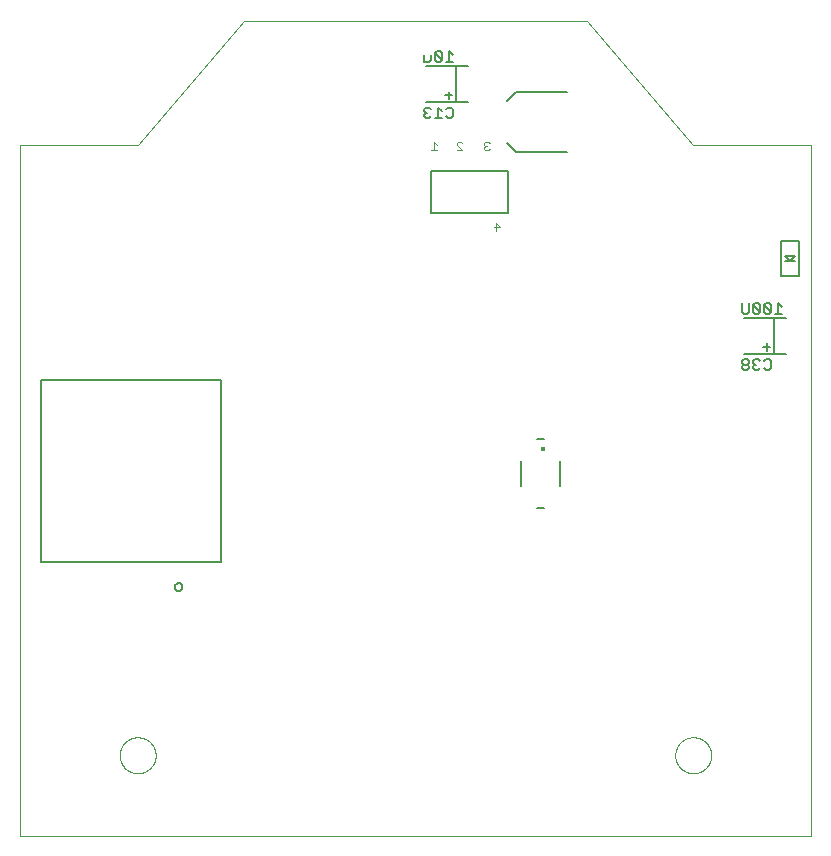
<source format=gbo>
G75*
%MOIN*%
%OFA0B0*%
%FSLAX25Y25*%
%IPPOS*%
%LPD*%
%AMOC8*
5,1,8,0,0,1.08239X$1,22.5*
%
%ADD10C,0.00000*%
%ADD11C,0.00800*%
%ADD12C,0.00400*%
%ADD13C,0.01433*%
%ADD14C,0.00700*%
%ADD15C,0.00500*%
D10*
X0012400Y0035678D02*
X0012400Y0265993D01*
X0051770Y0265993D01*
X0087203Y0307332D01*
X0201376Y0307332D01*
X0236809Y0265993D01*
X0276180Y0265993D01*
X0276180Y0035678D01*
X0012400Y0035678D01*
X0045690Y0062450D02*
X0045692Y0062604D01*
X0045698Y0062759D01*
X0045708Y0062913D01*
X0045722Y0063067D01*
X0045740Y0063220D01*
X0045761Y0063373D01*
X0045787Y0063526D01*
X0045817Y0063677D01*
X0045850Y0063828D01*
X0045888Y0063978D01*
X0045929Y0064127D01*
X0045974Y0064275D01*
X0046023Y0064421D01*
X0046076Y0064567D01*
X0046132Y0064710D01*
X0046192Y0064853D01*
X0046256Y0064993D01*
X0046323Y0065133D01*
X0046394Y0065270D01*
X0046468Y0065405D01*
X0046546Y0065539D01*
X0046627Y0065670D01*
X0046712Y0065799D01*
X0046800Y0065927D01*
X0046891Y0066051D01*
X0046985Y0066174D01*
X0047083Y0066294D01*
X0047183Y0066411D01*
X0047287Y0066526D01*
X0047393Y0066638D01*
X0047502Y0066747D01*
X0047614Y0066853D01*
X0047729Y0066957D01*
X0047846Y0067057D01*
X0047966Y0067155D01*
X0048089Y0067249D01*
X0048213Y0067340D01*
X0048341Y0067428D01*
X0048470Y0067513D01*
X0048601Y0067594D01*
X0048735Y0067672D01*
X0048870Y0067746D01*
X0049007Y0067817D01*
X0049147Y0067884D01*
X0049287Y0067948D01*
X0049430Y0068008D01*
X0049573Y0068064D01*
X0049719Y0068117D01*
X0049865Y0068166D01*
X0050013Y0068211D01*
X0050162Y0068252D01*
X0050312Y0068290D01*
X0050463Y0068323D01*
X0050614Y0068353D01*
X0050767Y0068379D01*
X0050920Y0068400D01*
X0051073Y0068418D01*
X0051227Y0068432D01*
X0051381Y0068442D01*
X0051536Y0068448D01*
X0051690Y0068450D01*
X0051844Y0068448D01*
X0051999Y0068442D01*
X0052153Y0068432D01*
X0052307Y0068418D01*
X0052460Y0068400D01*
X0052613Y0068379D01*
X0052766Y0068353D01*
X0052917Y0068323D01*
X0053068Y0068290D01*
X0053218Y0068252D01*
X0053367Y0068211D01*
X0053515Y0068166D01*
X0053661Y0068117D01*
X0053807Y0068064D01*
X0053950Y0068008D01*
X0054093Y0067948D01*
X0054233Y0067884D01*
X0054373Y0067817D01*
X0054510Y0067746D01*
X0054645Y0067672D01*
X0054779Y0067594D01*
X0054910Y0067513D01*
X0055039Y0067428D01*
X0055167Y0067340D01*
X0055291Y0067249D01*
X0055414Y0067155D01*
X0055534Y0067057D01*
X0055651Y0066957D01*
X0055766Y0066853D01*
X0055878Y0066747D01*
X0055987Y0066638D01*
X0056093Y0066526D01*
X0056197Y0066411D01*
X0056297Y0066294D01*
X0056395Y0066174D01*
X0056489Y0066051D01*
X0056580Y0065927D01*
X0056668Y0065799D01*
X0056753Y0065670D01*
X0056834Y0065539D01*
X0056912Y0065405D01*
X0056986Y0065270D01*
X0057057Y0065133D01*
X0057124Y0064993D01*
X0057188Y0064853D01*
X0057248Y0064710D01*
X0057304Y0064567D01*
X0057357Y0064421D01*
X0057406Y0064275D01*
X0057451Y0064127D01*
X0057492Y0063978D01*
X0057530Y0063828D01*
X0057563Y0063677D01*
X0057593Y0063526D01*
X0057619Y0063373D01*
X0057640Y0063220D01*
X0057658Y0063067D01*
X0057672Y0062913D01*
X0057682Y0062759D01*
X0057688Y0062604D01*
X0057690Y0062450D01*
X0057688Y0062296D01*
X0057682Y0062141D01*
X0057672Y0061987D01*
X0057658Y0061833D01*
X0057640Y0061680D01*
X0057619Y0061527D01*
X0057593Y0061374D01*
X0057563Y0061223D01*
X0057530Y0061072D01*
X0057492Y0060922D01*
X0057451Y0060773D01*
X0057406Y0060625D01*
X0057357Y0060479D01*
X0057304Y0060333D01*
X0057248Y0060190D01*
X0057188Y0060047D01*
X0057124Y0059907D01*
X0057057Y0059767D01*
X0056986Y0059630D01*
X0056912Y0059495D01*
X0056834Y0059361D01*
X0056753Y0059230D01*
X0056668Y0059101D01*
X0056580Y0058973D01*
X0056489Y0058849D01*
X0056395Y0058726D01*
X0056297Y0058606D01*
X0056197Y0058489D01*
X0056093Y0058374D01*
X0055987Y0058262D01*
X0055878Y0058153D01*
X0055766Y0058047D01*
X0055651Y0057943D01*
X0055534Y0057843D01*
X0055414Y0057745D01*
X0055291Y0057651D01*
X0055167Y0057560D01*
X0055039Y0057472D01*
X0054910Y0057387D01*
X0054779Y0057306D01*
X0054645Y0057228D01*
X0054510Y0057154D01*
X0054373Y0057083D01*
X0054233Y0057016D01*
X0054093Y0056952D01*
X0053950Y0056892D01*
X0053807Y0056836D01*
X0053661Y0056783D01*
X0053515Y0056734D01*
X0053367Y0056689D01*
X0053218Y0056648D01*
X0053068Y0056610D01*
X0052917Y0056577D01*
X0052766Y0056547D01*
X0052613Y0056521D01*
X0052460Y0056500D01*
X0052307Y0056482D01*
X0052153Y0056468D01*
X0051999Y0056458D01*
X0051844Y0056452D01*
X0051690Y0056450D01*
X0051536Y0056452D01*
X0051381Y0056458D01*
X0051227Y0056468D01*
X0051073Y0056482D01*
X0050920Y0056500D01*
X0050767Y0056521D01*
X0050614Y0056547D01*
X0050463Y0056577D01*
X0050312Y0056610D01*
X0050162Y0056648D01*
X0050013Y0056689D01*
X0049865Y0056734D01*
X0049719Y0056783D01*
X0049573Y0056836D01*
X0049430Y0056892D01*
X0049287Y0056952D01*
X0049147Y0057016D01*
X0049007Y0057083D01*
X0048870Y0057154D01*
X0048735Y0057228D01*
X0048601Y0057306D01*
X0048470Y0057387D01*
X0048341Y0057472D01*
X0048213Y0057560D01*
X0048089Y0057651D01*
X0047966Y0057745D01*
X0047846Y0057843D01*
X0047729Y0057943D01*
X0047614Y0058047D01*
X0047502Y0058153D01*
X0047393Y0058262D01*
X0047287Y0058374D01*
X0047183Y0058489D01*
X0047083Y0058606D01*
X0046985Y0058726D01*
X0046891Y0058849D01*
X0046800Y0058973D01*
X0046712Y0059101D01*
X0046627Y0059230D01*
X0046546Y0059361D01*
X0046468Y0059495D01*
X0046394Y0059630D01*
X0046323Y0059767D01*
X0046256Y0059907D01*
X0046192Y0060047D01*
X0046132Y0060190D01*
X0046076Y0060333D01*
X0046023Y0060479D01*
X0045974Y0060625D01*
X0045929Y0060773D01*
X0045888Y0060922D01*
X0045850Y0061072D01*
X0045817Y0061223D01*
X0045787Y0061374D01*
X0045761Y0061527D01*
X0045740Y0061680D01*
X0045722Y0061833D01*
X0045708Y0061987D01*
X0045698Y0062141D01*
X0045692Y0062296D01*
X0045690Y0062450D01*
X0230890Y0062450D02*
X0230892Y0062604D01*
X0230898Y0062759D01*
X0230908Y0062913D01*
X0230922Y0063067D01*
X0230940Y0063220D01*
X0230961Y0063373D01*
X0230987Y0063526D01*
X0231017Y0063677D01*
X0231050Y0063828D01*
X0231088Y0063978D01*
X0231129Y0064127D01*
X0231174Y0064275D01*
X0231223Y0064421D01*
X0231276Y0064567D01*
X0231332Y0064710D01*
X0231392Y0064853D01*
X0231456Y0064993D01*
X0231523Y0065133D01*
X0231594Y0065270D01*
X0231668Y0065405D01*
X0231746Y0065539D01*
X0231827Y0065670D01*
X0231912Y0065799D01*
X0232000Y0065927D01*
X0232091Y0066051D01*
X0232185Y0066174D01*
X0232283Y0066294D01*
X0232383Y0066411D01*
X0232487Y0066526D01*
X0232593Y0066638D01*
X0232702Y0066747D01*
X0232814Y0066853D01*
X0232929Y0066957D01*
X0233046Y0067057D01*
X0233166Y0067155D01*
X0233289Y0067249D01*
X0233413Y0067340D01*
X0233541Y0067428D01*
X0233670Y0067513D01*
X0233801Y0067594D01*
X0233935Y0067672D01*
X0234070Y0067746D01*
X0234207Y0067817D01*
X0234347Y0067884D01*
X0234487Y0067948D01*
X0234630Y0068008D01*
X0234773Y0068064D01*
X0234919Y0068117D01*
X0235065Y0068166D01*
X0235213Y0068211D01*
X0235362Y0068252D01*
X0235512Y0068290D01*
X0235663Y0068323D01*
X0235814Y0068353D01*
X0235967Y0068379D01*
X0236120Y0068400D01*
X0236273Y0068418D01*
X0236427Y0068432D01*
X0236581Y0068442D01*
X0236736Y0068448D01*
X0236890Y0068450D01*
X0237044Y0068448D01*
X0237199Y0068442D01*
X0237353Y0068432D01*
X0237507Y0068418D01*
X0237660Y0068400D01*
X0237813Y0068379D01*
X0237966Y0068353D01*
X0238117Y0068323D01*
X0238268Y0068290D01*
X0238418Y0068252D01*
X0238567Y0068211D01*
X0238715Y0068166D01*
X0238861Y0068117D01*
X0239007Y0068064D01*
X0239150Y0068008D01*
X0239293Y0067948D01*
X0239433Y0067884D01*
X0239573Y0067817D01*
X0239710Y0067746D01*
X0239845Y0067672D01*
X0239979Y0067594D01*
X0240110Y0067513D01*
X0240239Y0067428D01*
X0240367Y0067340D01*
X0240491Y0067249D01*
X0240614Y0067155D01*
X0240734Y0067057D01*
X0240851Y0066957D01*
X0240966Y0066853D01*
X0241078Y0066747D01*
X0241187Y0066638D01*
X0241293Y0066526D01*
X0241397Y0066411D01*
X0241497Y0066294D01*
X0241595Y0066174D01*
X0241689Y0066051D01*
X0241780Y0065927D01*
X0241868Y0065799D01*
X0241953Y0065670D01*
X0242034Y0065539D01*
X0242112Y0065405D01*
X0242186Y0065270D01*
X0242257Y0065133D01*
X0242324Y0064993D01*
X0242388Y0064853D01*
X0242448Y0064710D01*
X0242504Y0064567D01*
X0242557Y0064421D01*
X0242606Y0064275D01*
X0242651Y0064127D01*
X0242692Y0063978D01*
X0242730Y0063828D01*
X0242763Y0063677D01*
X0242793Y0063526D01*
X0242819Y0063373D01*
X0242840Y0063220D01*
X0242858Y0063067D01*
X0242872Y0062913D01*
X0242882Y0062759D01*
X0242888Y0062604D01*
X0242890Y0062450D01*
X0242888Y0062296D01*
X0242882Y0062141D01*
X0242872Y0061987D01*
X0242858Y0061833D01*
X0242840Y0061680D01*
X0242819Y0061527D01*
X0242793Y0061374D01*
X0242763Y0061223D01*
X0242730Y0061072D01*
X0242692Y0060922D01*
X0242651Y0060773D01*
X0242606Y0060625D01*
X0242557Y0060479D01*
X0242504Y0060333D01*
X0242448Y0060190D01*
X0242388Y0060047D01*
X0242324Y0059907D01*
X0242257Y0059767D01*
X0242186Y0059630D01*
X0242112Y0059495D01*
X0242034Y0059361D01*
X0241953Y0059230D01*
X0241868Y0059101D01*
X0241780Y0058973D01*
X0241689Y0058849D01*
X0241595Y0058726D01*
X0241497Y0058606D01*
X0241397Y0058489D01*
X0241293Y0058374D01*
X0241187Y0058262D01*
X0241078Y0058153D01*
X0240966Y0058047D01*
X0240851Y0057943D01*
X0240734Y0057843D01*
X0240614Y0057745D01*
X0240491Y0057651D01*
X0240367Y0057560D01*
X0240239Y0057472D01*
X0240110Y0057387D01*
X0239979Y0057306D01*
X0239845Y0057228D01*
X0239710Y0057154D01*
X0239573Y0057083D01*
X0239433Y0057016D01*
X0239293Y0056952D01*
X0239150Y0056892D01*
X0239007Y0056836D01*
X0238861Y0056783D01*
X0238715Y0056734D01*
X0238567Y0056689D01*
X0238418Y0056648D01*
X0238268Y0056610D01*
X0238117Y0056577D01*
X0237966Y0056547D01*
X0237813Y0056521D01*
X0237660Y0056500D01*
X0237507Y0056482D01*
X0237353Y0056468D01*
X0237199Y0056458D01*
X0237044Y0056452D01*
X0236890Y0056450D01*
X0236736Y0056452D01*
X0236581Y0056458D01*
X0236427Y0056468D01*
X0236273Y0056482D01*
X0236120Y0056500D01*
X0235967Y0056521D01*
X0235814Y0056547D01*
X0235663Y0056577D01*
X0235512Y0056610D01*
X0235362Y0056648D01*
X0235213Y0056689D01*
X0235065Y0056734D01*
X0234919Y0056783D01*
X0234773Y0056836D01*
X0234630Y0056892D01*
X0234487Y0056952D01*
X0234347Y0057016D01*
X0234207Y0057083D01*
X0234070Y0057154D01*
X0233935Y0057228D01*
X0233801Y0057306D01*
X0233670Y0057387D01*
X0233541Y0057472D01*
X0233413Y0057560D01*
X0233289Y0057651D01*
X0233166Y0057745D01*
X0233046Y0057843D01*
X0232929Y0057943D01*
X0232814Y0058047D01*
X0232702Y0058153D01*
X0232593Y0058262D01*
X0232487Y0058374D01*
X0232383Y0058489D01*
X0232283Y0058606D01*
X0232185Y0058726D01*
X0232091Y0058849D01*
X0232000Y0058973D01*
X0231912Y0059101D01*
X0231827Y0059230D01*
X0231746Y0059361D01*
X0231668Y0059495D01*
X0231594Y0059630D01*
X0231523Y0059767D01*
X0231456Y0059907D01*
X0231392Y0060047D01*
X0231332Y0060190D01*
X0231276Y0060333D01*
X0231223Y0060479D01*
X0231174Y0060625D01*
X0231129Y0060773D01*
X0231088Y0060922D01*
X0231050Y0061072D01*
X0231017Y0061223D01*
X0230987Y0061374D01*
X0230961Y0061527D01*
X0230940Y0061680D01*
X0230922Y0061833D01*
X0230908Y0061987D01*
X0230898Y0062141D01*
X0230892Y0062296D01*
X0230890Y0062450D01*
D11*
X0187172Y0144946D02*
X0184809Y0144946D01*
X0179494Y0152230D02*
X0179494Y0160497D01*
X0184809Y0167781D02*
X0187172Y0167781D01*
X0192487Y0160497D02*
X0192487Y0152230D01*
X0175139Y0243084D02*
X0149339Y0243084D01*
X0149339Y0257084D01*
X0175139Y0257084D01*
X0175139Y0243084D01*
X0177849Y0263544D02*
X0194778Y0263544D01*
X0177849Y0263544D02*
X0174699Y0266694D01*
X0174699Y0280474D02*
X0177849Y0283623D01*
X0194778Y0283623D01*
X0064035Y0118592D02*
X0064037Y0118663D01*
X0064043Y0118734D01*
X0064053Y0118805D01*
X0064067Y0118875D01*
X0064084Y0118944D01*
X0064106Y0119012D01*
X0064131Y0119078D01*
X0064160Y0119144D01*
X0064192Y0119207D01*
X0064228Y0119269D01*
X0064267Y0119328D01*
X0064310Y0119385D01*
X0064356Y0119440D01*
X0064404Y0119492D01*
X0064456Y0119542D01*
X0064510Y0119588D01*
X0064566Y0119631D01*
X0064625Y0119671D01*
X0064686Y0119708D01*
X0064749Y0119741D01*
X0064814Y0119771D01*
X0064880Y0119797D01*
X0064948Y0119820D01*
X0065017Y0119838D01*
X0065087Y0119853D01*
X0065157Y0119864D01*
X0065228Y0119871D01*
X0065299Y0119874D01*
X0065370Y0119873D01*
X0065442Y0119868D01*
X0065512Y0119859D01*
X0065582Y0119846D01*
X0065652Y0119830D01*
X0065720Y0119809D01*
X0065787Y0119785D01*
X0065853Y0119757D01*
X0065916Y0119725D01*
X0065978Y0119690D01*
X0066038Y0119652D01*
X0066096Y0119610D01*
X0066152Y0119565D01*
X0066204Y0119517D01*
X0066254Y0119466D01*
X0066302Y0119413D01*
X0066346Y0119357D01*
X0066387Y0119299D01*
X0066424Y0119238D01*
X0066458Y0119176D01*
X0066489Y0119111D01*
X0066516Y0119045D01*
X0066540Y0118978D01*
X0066559Y0118909D01*
X0066575Y0118840D01*
X0066587Y0118770D01*
X0066595Y0118699D01*
X0066599Y0118628D01*
X0066599Y0118556D01*
X0066595Y0118485D01*
X0066587Y0118414D01*
X0066575Y0118344D01*
X0066559Y0118275D01*
X0066540Y0118206D01*
X0066516Y0118139D01*
X0066489Y0118073D01*
X0066458Y0118008D01*
X0066424Y0117946D01*
X0066387Y0117885D01*
X0066346Y0117827D01*
X0066302Y0117771D01*
X0066254Y0117718D01*
X0066204Y0117667D01*
X0066152Y0117619D01*
X0066096Y0117574D01*
X0066038Y0117532D01*
X0065978Y0117494D01*
X0065916Y0117459D01*
X0065853Y0117427D01*
X0065787Y0117399D01*
X0065720Y0117375D01*
X0065652Y0117354D01*
X0065582Y0117338D01*
X0065512Y0117325D01*
X0065442Y0117316D01*
X0065370Y0117311D01*
X0065299Y0117310D01*
X0065228Y0117313D01*
X0065157Y0117320D01*
X0065087Y0117331D01*
X0065017Y0117346D01*
X0064948Y0117364D01*
X0064880Y0117387D01*
X0064814Y0117413D01*
X0064749Y0117443D01*
X0064686Y0117476D01*
X0064625Y0117513D01*
X0064566Y0117553D01*
X0064510Y0117596D01*
X0064456Y0117642D01*
X0064404Y0117692D01*
X0064356Y0117744D01*
X0064310Y0117799D01*
X0064267Y0117856D01*
X0064228Y0117915D01*
X0064192Y0117977D01*
X0064160Y0118040D01*
X0064131Y0118106D01*
X0064106Y0118172D01*
X0064084Y0118240D01*
X0064067Y0118309D01*
X0064053Y0118379D01*
X0064043Y0118450D01*
X0064037Y0118521D01*
X0064035Y0118592D01*
D12*
X0171084Y0237084D02*
X0171084Y0239886D01*
X0172485Y0238485D01*
X0170617Y0238485D01*
X0168537Y0264084D02*
X0169004Y0264551D01*
X0168537Y0264084D02*
X0167603Y0264084D01*
X0167136Y0264551D01*
X0167136Y0265018D01*
X0167603Y0265485D01*
X0168070Y0265485D01*
X0167603Y0265485D02*
X0167136Y0265952D01*
X0167136Y0266419D01*
X0167603Y0266886D01*
X0168537Y0266886D01*
X0169004Y0266419D01*
X0159904Y0266456D02*
X0159437Y0266923D01*
X0158503Y0266923D01*
X0158036Y0266456D01*
X0158036Y0265989D01*
X0159904Y0264121D01*
X0158036Y0264121D01*
X0151392Y0264084D02*
X0149524Y0264084D01*
X0150458Y0264084D02*
X0150458Y0266886D01*
X0151392Y0265952D01*
D13*
X0186778Y0164434D03*
D14*
X0253666Y0196200D02*
X0263892Y0196200D01*
X0263892Y0208188D01*
X0267780Y0208188D01*
X0263892Y0208188D02*
X0253666Y0208188D01*
X0261358Y0199788D02*
X0261358Y0197288D01*
X0260108Y0198538D02*
X0262608Y0198538D01*
X0263892Y0196200D02*
X0267780Y0196200D01*
X0161796Y0280090D02*
X0157908Y0280090D01*
X0157908Y0292078D01*
X0161796Y0292078D01*
X0157908Y0292078D02*
X0147681Y0292078D01*
X0155374Y0283678D02*
X0155374Y0281178D01*
X0154124Y0282428D02*
X0156624Y0282428D01*
X0157908Y0280090D02*
X0147681Y0280090D01*
D15*
X0147670Y0278337D02*
X0147086Y0277753D01*
X0147086Y0277169D01*
X0147670Y0276585D01*
X0147086Y0276002D01*
X0147086Y0275418D01*
X0147670Y0274834D01*
X0148838Y0274834D01*
X0149422Y0275418D01*
X0150770Y0274834D02*
X0153105Y0274834D01*
X0151937Y0274834D02*
X0151937Y0278337D01*
X0153105Y0277169D01*
X0154453Y0277753D02*
X0155037Y0278337D01*
X0156204Y0278337D01*
X0156788Y0277753D01*
X0156788Y0275418D01*
X0156204Y0274834D01*
X0155037Y0274834D01*
X0154453Y0275418D01*
X0149422Y0277753D02*
X0148838Y0278337D01*
X0147670Y0278337D01*
X0147670Y0276585D02*
X0148254Y0276585D01*
X0148838Y0293584D02*
X0147086Y0293584D01*
X0147086Y0295919D01*
X0149422Y0295919D02*
X0149422Y0294168D01*
X0148838Y0293584D01*
X0150770Y0294168D02*
X0150770Y0296503D01*
X0153105Y0294168D01*
X0152521Y0293584D01*
X0151353Y0293584D01*
X0150770Y0294168D01*
X0153105Y0294168D02*
X0153105Y0296503D01*
X0152521Y0297087D01*
X0151353Y0297087D01*
X0150770Y0296503D01*
X0154453Y0293584D02*
X0156788Y0293584D01*
X0155620Y0293584D02*
X0155620Y0297087D01*
X0156788Y0295919D01*
X0253071Y0213197D02*
X0253071Y0210278D01*
X0253655Y0209694D01*
X0254822Y0209694D01*
X0255406Y0210278D01*
X0255406Y0213197D01*
X0256754Y0212613D02*
X0259089Y0210278D01*
X0258505Y0209694D01*
X0257338Y0209694D01*
X0256754Y0210278D01*
X0256754Y0212613D01*
X0257338Y0213197D01*
X0258505Y0213197D01*
X0259089Y0212613D01*
X0259089Y0210278D01*
X0260437Y0210278D02*
X0261021Y0209694D01*
X0262188Y0209694D01*
X0262772Y0210278D01*
X0260437Y0212613D01*
X0260437Y0210278D01*
X0260437Y0212613D02*
X0261021Y0213197D01*
X0262188Y0213197D01*
X0262772Y0212613D01*
X0262772Y0210278D01*
X0264120Y0209694D02*
X0266455Y0209694D01*
X0265288Y0209694D02*
X0265288Y0213197D01*
X0266455Y0212029D01*
X0266172Y0222088D02*
X0266172Y0233899D01*
X0272077Y0233899D01*
X0272077Y0222088D01*
X0266172Y0222088D01*
X0267374Y0227243D02*
X0270874Y0227243D01*
X0270874Y0228743D02*
X0269124Y0227243D01*
X0267374Y0228743D01*
X0270874Y0228743D01*
X0262188Y0194447D02*
X0262772Y0193863D01*
X0262772Y0191528D01*
X0262188Y0190944D01*
X0261021Y0190944D01*
X0260437Y0191528D01*
X0259089Y0191528D02*
X0258505Y0190944D01*
X0257338Y0190944D01*
X0256754Y0191528D01*
X0256754Y0192112D01*
X0257338Y0192696D01*
X0257921Y0192696D01*
X0257338Y0192696D02*
X0256754Y0193279D01*
X0256754Y0193863D01*
X0257338Y0194447D01*
X0258505Y0194447D01*
X0259089Y0193863D01*
X0260437Y0193863D02*
X0261021Y0194447D01*
X0262188Y0194447D01*
X0255406Y0193863D02*
X0255406Y0193279D01*
X0254822Y0192696D01*
X0253654Y0192696D01*
X0253071Y0192112D01*
X0253071Y0191528D01*
X0253654Y0190944D01*
X0254822Y0190944D01*
X0255406Y0191528D01*
X0255406Y0192112D01*
X0254822Y0192696D01*
X0253654Y0192696D02*
X0253071Y0193279D01*
X0253071Y0193863D01*
X0253654Y0194447D01*
X0254822Y0194447D01*
X0255406Y0193863D01*
X0079400Y0187647D02*
X0079400Y0126859D01*
X0019557Y0126859D01*
X0019557Y0187647D01*
X0079400Y0187647D01*
M02*

</source>
